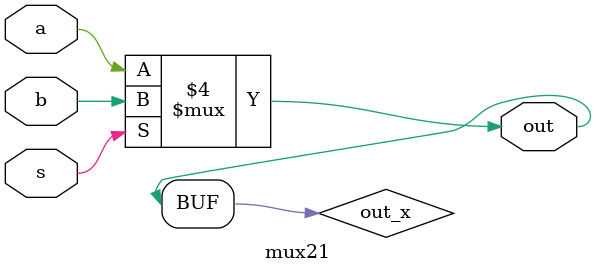
<source format=v>
module mux21(a, b, s, out);
	// paramter N=32;
	input a,b,s;
	output out;
	
	// wires and reg
	reg out_x;

	always @*
	begin
		if(s==0)
			out_x = a;
		else
			out_x = b;
	end
	assign out = out_x;
endmodule

</source>
